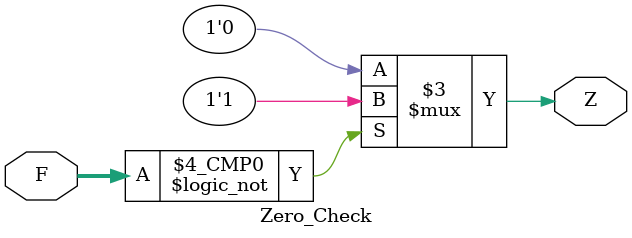
<source format=v>
module Zero_Check (F, Z);
input [15:0] F;
output reg Z;

always @(F) begin
case (F)

16'b0000000000000000: Z = 1'b1;
default: Z = 1'b0;

endcase
end


endmodule
</source>
